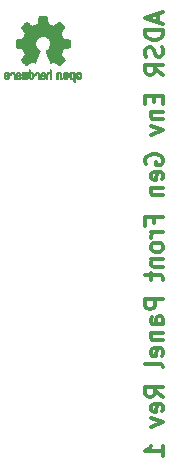
<source format=gbr>
G04 #@! TF.GenerationSoftware,KiCad,Pcbnew,(5.1.4-0-10_14)*
G04 #@! TF.CreationDate,2019-10-08T20:53:36-07:00*
G04 #@! TF.ProjectId,ADSR_Front_Panel,41445352-5f46-4726-9f6e-745f50616e65,rev?*
G04 #@! TF.SameCoordinates,Original*
G04 #@! TF.FileFunction,Legend,Bot*
G04 #@! TF.FilePolarity,Positive*
%FSLAX46Y46*%
G04 Gerber Fmt 4.6, Leading zero omitted, Abs format (unit mm)*
G04 Created by KiCad (PCBNEW (5.1.4-0-10_14)) date 2019-10-08 20:53:36*
%MOMM*%
%LPD*%
G04 APERTURE LIST*
%ADD10C,0.300000*%
%ADD11C,0.010000*%
G04 APERTURE END LIST*
D10*
X92198000Y-41483714D02*
X92198000Y-42198000D01*
X92626571Y-41340857D02*
X91126571Y-41840857D01*
X92626571Y-42340857D01*
X92626571Y-42840857D02*
X91126571Y-42840857D01*
X91126571Y-43198000D01*
X91198000Y-43412285D01*
X91340857Y-43555142D01*
X91483714Y-43626571D01*
X91769428Y-43698000D01*
X91983714Y-43698000D01*
X92269428Y-43626571D01*
X92412285Y-43555142D01*
X92555142Y-43412285D01*
X92626571Y-43198000D01*
X92626571Y-42840857D01*
X92555142Y-44269428D02*
X92626571Y-44483714D01*
X92626571Y-44840857D01*
X92555142Y-44983714D01*
X92483714Y-45055142D01*
X92340857Y-45126571D01*
X92198000Y-45126571D01*
X92055142Y-45055142D01*
X91983714Y-44983714D01*
X91912285Y-44840857D01*
X91840857Y-44555142D01*
X91769428Y-44412285D01*
X91698000Y-44340857D01*
X91555142Y-44269428D01*
X91412285Y-44269428D01*
X91269428Y-44340857D01*
X91198000Y-44412285D01*
X91126571Y-44555142D01*
X91126571Y-44912285D01*
X91198000Y-45126571D01*
X92626571Y-46626571D02*
X91912285Y-46126571D01*
X92626571Y-45769428D02*
X91126571Y-45769428D01*
X91126571Y-46340857D01*
X91198000Y-46483714D01*
X91269428Y-46555142D01*
X91412285Y-46626571D01*
X91626571Y-46626571D01*
X91769428Y-46555142D01*
X91840857Y-46483714D01*
X91912285Y-46340857D01*
X91912285Y-45769428D01*
X91840857Y-48412285D02*
X91840857Y-48912285D01*
X92626571Y-49126571D02*
X92626571Y-48412285D01*
X91126571Y-48412285D01*
X91126571Y-49126571D01*
X91626571Y-49769428D02*
X92626571Y-49769428D01*
X91769428Y-49769428D02*
X91698000Y-49840857D01*
X91626571Y-49983714D01*
X91626571Y-50197999D01*
X91698000Y-50340857D01*
X91840857Y-50412285D01*
X92626571Y-50412285D01*
X91626571Y-50983714D02*
X92626571Y-51340857D01*
X91626571Y-51697999D01*
X91198000Y-54197999D02*
X91126571Y-54055142D01*
X91126571Y-53840857D01*
X91198000Y-53626571D01*
X91340857Y-53483714D01*
X91483714Y-53412285D01*
X91769428Y-53340857D01*
X91983714Y-53340857D01*
X92269428Y-53412285D01*
X92412285Y-53483714D01*
X92555142Y-53626571D01*
X92626571Y-53840857D01*
X92626571Y-53983714D01*
X92555142Y-54197999D01*
X92483714Y-54269428D01*
X91983714Y-54269428D01*
X91983714Y-53983714D01*
X92555142Y-55483714D02*
X92626571Y-55340857D01*
X92626571Y-55055142D01*
X92555142Y-54912285D01*
X92412285Y-54840857D01*
X91840857Y-54840857D01*
X91698000Y-54912285D01*
X91626571Y-55055142D01*
X91626571Y-55340857D01*
X91698000Y-55483714D01*
X91840857Y-55555142D01*
X91983714Y-55555142D01*
X92126571Y-54840857D01*
X91626571Y-56197999D02*
X92626571Y-56197999D01*
X91769428Y-56197999D02*
X91698000Y-56269428D01*
X91626571Y-56412285D01*
X91626571Y-56626571D01*
X91698000Y-56769428D01*
X91840857Y-56840857D01*
X92626571Y-56840857D01*
X91840857Y-59197999D02*
X91840857Y-58697999D01*
X92626571Y-58697999D02*
X91126571Y-58697999D01*
X91126571Y-59412285D01*
X92626571Y-59983714D02*
X91626571Y-59983714D01*
X91912285Y-59983714D02*
X91769428Y-60055142D01*
X91698000Y-60126571D01*
X91626571Y-60269428D01*
X91626571Y-60412285D01*
X92626571Y-61126571D02*
X92555142Y-60983714D01*
X92483714Y-60912285D01*
X92340857Y-60840857D01*
X91912285Y-60840857D01*
X91769428Y-60912285D01*
X91698000Y-60983714D01*
X91626571Y-61126571D01*
X91626571Y-61340857D01*
X91698000Y-61483714D01*
X91769428Y-61555142D01*
X91912285Y-61626571D01*
X92340857Y-61626571D01*
X92483714Y-61555142D01*
X92555142Y-61483714D01*
X92626571Y-61340857D01*
X92626571Y-61126571D01*
X91626571Y-62269428D02*
X92626571Y-62269428D01*
X91769428Y-62269428D02*
X91698000Y-62340857D01*
X91626571Y-62483714D01*
X91626571Y-62697999D01*
X91698000Y-62840857D01*
X91840857Y-62912285D01*
X92626571Y-62912285D01*
X91626571Y-63412285D02*
X91626571Y-63983714D01*
X91126571Y-63626571D02*
X92412285Y-63626571D01*
X92555142Y-63697999D01*
X92626571Y-63840857D01*
X92626571Y-63983714D01*
X92626571Y-65626571D02*
X91126571Y-65626571D01*
X91126571Y-66197999D01*
X91198000Y-66340857D01*
X91269428Y-66412285D01*
X91412285Y-66483714D01*
X91626571Y-66483714D01*
X91769428Y-66412285D01*
X91840857Y-66340857D01*
X91912285Y-66197999D01*
X91912285Y-65626571D01*
X92626571Y-67769428D02*
X91840857Y-67769428D01*
X91698000Y-67697999D01*
X91626571Y-67555142D01*
X91626571Y-67269428D01*
X91698000Y-67126571D01*
X92555142Y-67769428D02*
X92626571Y-67626571D01*
X92626571Y-67269428D01*
X92555142Y-67126571D01*
X92412285Y-67055142D01*
X92269428Y-67055142D01*
X92126571Y-67126571D01*
X92055142Y-67269428D01*
X92055142Y-67626571D01*
X91983714Y-67769428D01*
X91626571Y-68483714D02*
X92626571Y-68483714D01*
X91769428Y-68483714D02*
X91698000Y-68555142D01*
X91626571Y-68697999D01*
X91626571Y-68912285D01*
X91698000Y-69055142D01*
X91840857Y-69126571D01*
X92626571Y-69126571D01*
X92555142Y-70412285D02*
X92626571Y-70269428D01*
X92626571Y-69983714D01*
X92555142Y-69840857D01*
X92412285Y-69769428D01*
X91840857Y-69769428D01*
X91698000Y-69840857D01*
X91626571Y-69983714D01*
X91626571Y-70269428D01*
X91698000Y-70412285D01*
X91840857Y-70483714D01*
X91983714Y-70483714D01*
X92126571Y-69769428D01*
X92626571Y-71340857D02*
X92555142Y-71197999D01*
X92412285Y-71126571D01*
X91126571Y-71126571D01*
X92626571Y-73912285D02*
X91912285Y-73412285D01*
X92626571Y-73055142D02*
X91126571Y-73055142D01*
X91126571Y-73626571D01*
X91198000Y-73769428D01*
X91269428Y-73840857D01*
X91412285Y-73912285D01*
X91626571Y-73912285D01*
X91769428Y-73840857D01*
X91840857Y-73769428D01*
X91912285Y-73626571D01*
X91912285Y-73055142D01*
X92555142Y-75126571D02*
X92626571Y-74983714D01*
X92626571Y-74697999D01*
X92555142Y-74555142D01*
X92412285Y-74483714D01*
X91840857Y-74483714D01*
X91698000Y-74555142D01*
X91626571Y-74697999D01*
X91626571Y-74983714D01*
X91698000Y-75126571D01*
X91840857Y-75197999D01*
X91983714Y-75197999D01*
X92126571Y-74483714D01*
X91626571Y-75697999D02*
X92626571Y-76055142D01*
X91626571Y-76412285D01*
X92626571Y-78912285D02*
X92626571Y-78055142D01*
X92626571Y-78483714D02*
X91126571Y-78483714D01*
X91340857Y-78340857D01*
X91483714Y-78197999D01*
X91555142Y-78055142D01*
D11*
G36*
X82319090Y-41692348D02*
G01*
X82240546Y-41692778D01*
X82183702Y-41693942D01*
X82144895Y-41696207D01*
X82120462Y-41699940D01*
X82106738Y-41705506D01*
X82100060Y-41713273D01*
X82096764Y-41723605D01*
X82096444Y-41724943D01*
X82091438Y-41749079D01*
X82082171Y-41796701D01*
X82069608Y-41862741D01*
X82054713Y-41942128D01*
X82038449Y-42029796D01*
X82037881Y-42032875D01*
X82021590Y-42118789D01*
X82006348Y-42194696D01*
X81993139Y-42256045D01*
X81982946Y-42298282D01*
X81976752Y-42316855D01*
X81976457Y-42317184D01*
X81958212Y-42326253D01*
X81920595Y-42341367D01*
X81871729Y-42359262D01*
X81871457Y-42359358D01*
X81809907Y-42382493D01*
X81737343Y-42411965D01*
X81668943Y-42441597D01*
X81665706Y-42443062D01*
X81554298Y-42493626D01*
X81307601Y-42325160D01*
X81231923Y-42273803D01*
X81163369Y-42227889D01*
X81105912Y-42190030D01*
X81063524Y-42162837D01*
X81040175Y-42148921D01*
X81037958Y-42147889D01*
X81020990Y-42152484D01*
X80989299Y-42174655D01*
X80941648Y-42215447D01*
X80876802Y-42275905D01*
X80810603Y-42340227D01*
X80746786Y-42403612D01*
X80689671Y-42461451D01*
X80642695Y-42510175D01*
X80609297Y-42546210D01*
X80592915Y-42565984D01*
X80592306Y-42567002D01*
X80590495Y-42580572D01*
X80597317Y-42602733D01*
X80614460Y-42636478D01*
X80643607Y-42684800D01*
X80686445Y-42750692D01*
X80743552Y-42835517D01*
X80794234Y-42910177D01*
X80839539Y-42977140D01*
X80876850Y-43032516D01*
X80903548Y-43072420D01*
X80917015Y-43092962D01*
X80917863Y-43094356D01*
X80916219Y-43114038D01*
X80903755Y-43152293D01*
X80882952Y-43201889D01*
X80875538Y-43217728D01*
X80843186Y-43288290D01*
X80808672Y-43368353D01*
X80780635Y-43437629D01*
X80760432Y-43489045D01*
X80744385Y-43528119D01*
X80735112Y-43548541D01*
X80733959Y-43550114D01*
X80716904Y-43552721D01*
X80676702Y-43559863D01*
X80618698Y-43570523D01*
X80548237Y-43583685D01*
X80470665Y-43598333D01*
X80391328Y-43613449D01*
X80315569Y-43628018D01*
X80248736Y-43641022D01*
X80196172Y-43651445D01*
X80163224Y-43658270D01*
X80155143Y-43660199D01*
X80146795Y-43664962D01*
X80140494Y-43675718D01*
X80135955Y-43696098D01*
X80132896Y-43729734D01*
X80131033Y-43780255D01*
X80130082Y-43851292D01*
X80129760Y-43946476D01*
X80129743Y-43985492D01*
X80129743Y-44302799D01*
X80205943Y-44317839D01*
X80248337Y-44325995D01*
X80311600Y-44337899D01*
X80388038Y-44352116D01*
X80469957Y-44367210D01*
X80492600Y-44371355D01*
X80568194Y-44386053D01*
X80634047Y-44400505D01*
X80684634Y-44413375D01*
X80714426Y-44423322D01*
X80719388Y-44426287D01*
X80731574Y-44447283D01*
X80749047Y-44487967D01*
X80768423Y-44540322D01*
X80772266Y-44551600D01*
X80797661Y-44621523D01*
X80829183Y-44700418D01*
X80860031Y-44771266D01*
X80860183Y-44771595D01*
X80911553Y-44882733D01*
X80742601Y-45131253D01*
X80573648Y-45379772D01*
X80790571Y-45597058D01*
X80856181Y-45661726D01*
X80916021Y-45718733D01*
X80966733Y-45765033D01*
X81004954Y-45797584D01*
X81027325Y-45813343D01*
X81030534Y-45814343D01*
X81049374Y-45806469D01*
X81087820Y-45784578D01*
X81141670Y-45751267D01*
X81206724Y-45709131D01*
X81277060Y-45661943D01*
X81348445Y-45613810D01*
X81412092Y-45571928D01*
X81463959Y-45538871D01*
X81500005Y-45517218D01*
X81516133Y-45509543D01*
X81535811Y-45516037D01*
X81573125Y-45533150D01*
X81620379Y-45557326D01*
X81625388Y-45560013D01*
X81689023Y-45591927D01*
X81732659Y-45607579D01*
X81759798Y-45607745D01*
X81773943Y-45593204D01*
X81774025Y-45593000D01*
X81781095Y-45575779D01*
X81797958Y-45534899D01*
X81823305Y-45473525D01*
X81855829Y-45394819D01*
X81894222Y-45301947D01*
X81937178Y-45198072D01*
X81978778Y-45097502D01*
X82024496Y-44986516D01*
X82066474Y-44883703D01*
X82103452Y-44792215D01*
X82134173Y-44715201D01*
X82157378Y-44655815D01*
X82171810Y-44617209D01*
X82176257Y-44602800D01*
X82165104Y-44586272D01*
X82135931Y-44559930D01*
X82097029Y-44530887D01*
X81986243Y-44439039D01*
X81899649Y-44333759D01*
X81838284Y-44217266D01*
X81803185Y-44091776D01*
X81795392Y-43959507D01*
X81801057Y-43898457D01*
X81831922Y-43771795D01*
X81885080Y-43659941D01*
X81957233Y-43564001D01*
X82045083Y-43485076D01*
X82145335Y-43424270D01*
X82254690Y-43382687D01*
X82369853Y-43361428D01*
X82487525Y-43361599D01*
X82604410Y-43384301D01*
X82717211Y-43430638D01*
X82822631Y-43501713D01*
X82866632Y-43541911D01*
X82951021Y-43645129D01*
X83009778Y-43757925D01*
X83043296Y-43877010D01*
X83051965Y-43999095D01*
X83036177Y-44120893D01*
X82996322Y-44239116D01*
X82932793Y-44350475D01*
X82845979Y-44451684D01*
X82748971Y-44530887D01*
X82708563Y-44561162D01*
X82680018Y-44587219D01*
X82669743Y-44602825D01*
X82675123Y-44619843D01*
X82690425Y-44660500D01*
X82714388Y-44721642D01*
X82745756Y-44800119D01*
X82783268Y-44892780D01*
X82825667Y-44996472D01*
X82867337Y-45097526D01*
X82913310Y-45208607D01*
X82955893Y-45311541D01*
X82993779Y-45403165D01*
X83025660Y-45480316D01*
X83050229Y-45539831D01*
X83066180Y-45578544D01*
X83072090Y-45593000D01*
X83086052Y-45607685D01*
X83113060Y-45607642D01*
X83156587Y-45592099D01*
X83220110Y-45560284D01*
X83220612Y-45560013D01*
X83268440Y-45535323D01*
X83307103Y-45517338D01*
X83328905Y-45509614D01*
X83329867Y-45509543D01*
X83346279Y-45517378D01*
X83382513Y-45539165D01*
X83434526Y-45572328D01*
X83498275Y-45614291D01*
X83568940Y-45661943D01*
X83640884Y-45710191D01*
X83705726Y-45752151D01*
X83759265Y-45785227D01*
X83797303Y-45806821D01*
X83815467Y-45814343D01*
X83832192Y-45804457D01*
X83865820Y-45776826D01*
X83912990Y-45734495D01*
X83970342Y-45680505D01*
X84034516Y-45617899D01*
X84055503Y-45596983D01*
X84272501Y-45379623D01*
X84107332Y-45137220D01*
X84057136Y-45062781D01*
X84013081Y-44995972D01*
X83977638Y-44940665D01*
X83953281Y-44900729D01*
X83942478Y-44880036D01*
X83942162Y-44878563D01*
X83947857Y-44859058D01*
X83963174Y-44819822D01*
X83985463Y-44767430D01*
X84001107Y-44732355D01*
X84030359Y-44665201D01*
X84057906Y-44597358D01*
X84079263Y-44540034D01*
X84085065Y-44522572D01*
X84101548Y-44475938D01*
X84117660Y-44439905D01*
X84126510Y-44426287D01*
X84146040Y-44417952D01*
X84188666Y-44406137D01*
X84248855Y-44392181D01*
X84321078Y-44377422D01*
X84353400Y-44371355D01*
X84435478Y-44356273D01*
X84514205Y-44341669D01*
X84581891Y-44328980D01*
X84630840Y-44319642D01*
X84640057Y-44317839D01*
X84716257Y-44302799D01*
X84716257Y-43985492D01*
X84716086Y-43881154D01*
X84715384Y-43802213D01*
X84713866Y-43745038D01*
X84711251Y-43705999D01*
X84707254Y-43681465D01*
X84701591Y-43667805D01*
X84693980Y-43661389D01*
X84690857Y-43660199D01*
X84672022Y-43655980D01*
X84630412Y-43647562D01*
X84571370Y-43635961D01*
X84500243Y-43622195D01*
X84422375Y-43607280D01*
X84343113Y-43592232D01*
X84267802Y-43578069D01*
X84201787Y-43565806D01*
X84150413Y-43556461D01*
X84119025Y-43551050D01*
X84112041Y-43550114D01*
X84105715Y-43537596D01*
X84091710Y-43504246D01*
X84072645Y-43456377D01*
X84065366Y-43437629D01*
X84036004Y-43365195D01*
X84001429Y-43285170D01*
X83970463Y-43217728D01*
X83947677Y-43166159D01*
X83932518Y-43123785D01*
X83927458Y-43097834D01*
X83928264Y-43094356D01*
X83938959Y-43077936D01*
X83963380Y-43041417D01*
X83998905Y-42988687D01*
X84042913Y-42923635D01*
X84092783Y-42850151D01*
X84102644Y-42835645D01*
X84160508Y-42749704D01*
X84203044Y-42684261D01*
X84231946Y-42636304D01*
X84248910Y-42602820D01*
X84255633Y-42580795D01*
X84253810Y-42567217D01*
X84253764Y-42567131D01*
X84239414Y-42549297D01*
X84207677Y-42514817D01*
X84161990Y-42467268D01*
X84105796Y-42410222D01*
X84042532Y-42347255D01*
X84035398Y-42340227D01*
X83955670Y-42263020D01*
X83894143Y-42206330D01*
X83849579Y-42169110D01*
X83820743Y-42150315D01*
X83808042Y-42147889D01*
X83789506Y-42158471D01*
X83751039Y-42182916D01*
X83696614Y-42218612D01*
X83630202Y-42262947D01*
X83555775Y-42313311D01*
X83538399Y-42325160D01*
X83291703Y-42493626D01*
X83180294Y-42443062D01*
X83112543Y-42413595D01*
X83039817Y-42383959D01*
X82977297Y-42360330D01*
X82974543Y-42359358D01*
X82925640Y-42341457D01*
X82887943Y-42326320D01*
X82869575Y-42317210D01*
X82869544Y-42317184D01*
X82863715Y-42300717D01*
X82853808Y-42260219D01*
X82840805Y-42200242D01*
X82825691Y-42125340D01*
X82809448Y-42040064D01*
X82808119Y-42032875D01*
X82791825Y-41945014D01*
X82776867Y-41865260D01*
X82764209Y-41798681D01*
X82754814Y-41750347D01*
X82749646Y-41725325D01*
X82749556Y-41724943D01*
X82746411Y-41714299D01*
X82740296Y-41706262D01*
X82727547Y-41700467D01*
X82704500Y-41696547D01*
X82667491Y-41694135D01*
X82612856Y-41692865D01*
X82536933Y-41692371D01*
X82436056Y-41692286D01*
X82423000Y-41692286D01*
X82319090Y-41692348D01*
X82319090Y-41692348D01*
G37*
X82319090Y-41692348D02*
X82240546Y-41692778D01*
X82183702Y-41693942D01*
X82144895Y-41696207D01*
X82120462Y-41699940D01*
X82106738Y-41705506D01*
X82100060Y-41713273D01*
X82096764Y-41723605D01*
X82096444Y-41724943D01*
X82091438Y-41749079D01*
X82082171Y-41796701D01*
X82069608Y-41862741D01*
X82054713Y-41942128D01*
X82038449Y-42029796D01*
X82037881Y-42032875D01*
X82021590Y-42118789D01*
X82006348Y-42194696D01*
X81993139Y-42256045D01*
X81982946Y-42298282D01*
X81976752Y-42316855D01*
X81976457Y-42317184D01*
X81958212Y-42326253D01*
X81920595Y-42341367D01*
X81871729Y-42359262D01*
X81871457Y-42359358D01*
X81809907Y-42382493D01*
X81737343Y-42411965D01*
X81668943Y-42441597D01*
X81665706Y-42443062D01*
X81554298Y-42493626D01*
X81307601Y-42325160D01*
X81231923Y-42273803D01*
X81163369Y-42227889D01*
X81105912Y-42190030D01*
X81063524Y-42162837D01*
X81040175Y-42148921D01*
X81037958Y-42147889D01*
X81020990Y-42152484D01*
X80989299Y-42174655D01*
X80941648Y-42215447D01*
X80876802Y-42275905D01*
X80810603Y-42340227D01*
X80746786Y-42403612D01*
X80689671Y-42461451D01*
X80642695Y-42510175D01*
X80609297Y-42546210D01*
X80592915Y-42565984D01*
X80592306Y-42567002D01*
X80590495Y-42580572D01*
X80597317Y-42602733D01*
X80614460Y-42636478D01*
X80643607Y-42684800D01*
X80686445Y-42750692D01*
X80743552Y-42835517D01*
X80794234Y-42910177D01*
X80839539Y-42977140D01*
X80876850Y-43032516D01*
X80903548Y-43072420D01*
X80917015Y-43092962D01*
X80917863Y-43094356D01*
X80916219Y-43114038D01*
X80903755Y-43152293D01*
X80882952Y-43201889D01*
X80875538Y-43217728D01*
X80843186Y-43288290D01*
X80808672Y-43368353D01*
X80780635Y-43437629D01*
X80760432Y-43489045D01*
X80744385Y-43528119D01*
X80735112Y-43548541D01*
X80733959Y-43550114D01*
X80716904Y-43552721D01*
X80676702Y-43559863D01*
X80618698Y-43570523D01*
X80548237Y-43583685D01*
X80470665Y-43598333D01*
X80391328Y-43613449D01*
X80315569Y-43628018D01*
X80248736Y-43641022D01*
X80196172Y-43651445D01*
X80163224Y-43658270D01*
X80155143Y-43660199D01*
X80146795Y-43664962D01*
X80140494Y-43675718D01*
X80135955Y-43696098D01*
X80132896Y-43729734D01*
X80131033Y-43780255D01*
X80130082Y-43851292D01*
X80129760Y-43946476D01*
X80129743Y-43985492D01*
X80129743Y-44302799D01*
X80205943Y-44317839D01*
X80248337Y-44325995D01*
X80311600Y-44337899D01*
X80388038Y-44352116D01*
X80469957Y-44367210D01*
X80492600Y-44371355D01*
X80568194Y-44386053D01*
X80634047Y-44400505D01*
X80684634Y-44413375D01*
X80714426Y-44423322D01*
X80719388Y-44426287D01*
X80731574Y-44447283D01*
X80749047Y-44487967D01*
X80768423Y-44540322D01*
X80772266Y-44551600D01*
X80797661Y-44621523D01*
X80829183Y-44700418D01*
X80860031Y-44771266D01*
X80860183Y-44771595D01*
X80911553Y-44882733D01*
X80742601Y-45131253D01*
X80573648Y-45379772D01*
X80790571Y-45597058D01*
X80856181Y-45661726D01*
X80916021Y-45718733D01*
X80966733Y-45765033D01*
X81004954Y-45797584D01*
X81027325Y-45813343D01*
X81030534Y-45814343D01*
X81049374Y-45806469D01*
X81087820Y-45784578D01*
X81141670Y-45751267D01*
X81206724Y-45709131D01*
X81277060Y-45661943D01*
X81348445Y-45613810D01*
X81412092Y-45571928D01*
X81463959Y-45538871D01*
X81500005Y-45517218D01*
X81516133Y-45509543D01*
X81535811Y-45516037D01*
X81573125Y-45533150D01*
X81620379Y-45557326D01*
X81625388Y-45560013D01*
X81689023Y-45591927D01*
X81732659Y-45607579D01*
X81759798Y-45607745D01*
X81773943Y-45593204D01*
X81774025Y-45593000D01*
X81781095Y-45575779D01*
X81797958Y-45534899D01*
X81823305Y-45473525D01*
X81855829Y-45394819D01*
X81894222Y-45301947D01*
X81937178Y-45198072D01*
X81978778Y-45097502D01*
X82024496Y-44986516D01*
X82066474Y-44883703D01*
X82103452Y-44792215D01*
X82134173Y-44715201D01*
X82157378Y-44655815D01*
X82171810Y-44617209D01*
X82176257Y-44602800D01*
X82165104Y-44586272D01*
X82135931Y-44559930D01*
X82097029Y-44530887D01*
X81986243Y-44439039D01*
X81899649Y-44333759D01*
X81838284Y-44217266D01*
X81803185Y-44091776D01*
X81795392Y-43959507D01*
X81801057Y-43898457D01*
X81831922Y-43771795D01*
X81885080Y-43659941D01*
X81957233Y-43564001D01*
X82045083Y-43485076D01*
X82145335Y-43424270D01*
X82254690Y-43382687D01*
X82369853Y-43361428D01*
X82487525Y-43361599D01*
X82604410Y-43384301D01*
X82717211Y-43430638D01*
X82822631Y-43501713D01*
X82866632Y-43541911D01*
X82951021Y-43645129D01*
X83009778Y-43757925D01*
X83043296Y-43877010D01*
X83051965Y-43999095D01*
X83036177Y-44120893D01*
X82996322Y-44239116D01*
X82932793Y-44350475D01*
X82845979Y-44451684D01*
X82748971Y-44530887D01*
X82708563Y-44561162D01*
X82680018Y-44587219D01*
X82669743Y-44602825D01*
X82675123Y-44619843D01*
X82690425Y-44660500D01*
X82714388Y-44721642D01*
X82745756Y-44800119D01*
X82783268Y-44892780D01*
X82825667Y-44996472D01*
X82867337Y-45097526D01*
X82913310Y-45208607D01*
X82955893Y-45311541D01*
X82993779Y-45403165D01*
X83025660Y-45480316D01*
X83050229Y-45539831D01*
X83066180Y-45578544D01*
X83072090Y-45593000D01*
X83086052Y-45607685D01*
X83113060Y-45607642D01*
X83156587Y-45592099D01*
X83220110Y-45560284D01*
X83220612Y-45560013D01*
X83268440Y-45535323D01*
X83307103Y-45517338D01*
X83328905Y-45509614D01*
X83329867Y-45509543D01*
X83346279Y-45517378D01*
X83382513Y-45539165D01*
X83434526Y-45572328D01*
X83498275Y-45614291D01*
X83568940Y-45661943D01*
X83640884Y-45710191D01*
X83705726Y-45752151D01*
X83759265Y-45785227D01*
X83797303Y-45806821D01*
X83815467Y-45814343D01*
X83832192Y-45804457D01*
X83865820Y-45776826D01*
X83912990Y-45734495D01*
X83970342Y-45680505D01*
X84034516Y-45617899D01*
X84055503Y-45596983D01*
X84272501Y-45379623D01*
X84107332Y-45137220D01*
X84057136Y-45062781D01*
X84013081Y-44995972D01*
X83977638Y-44940665D01*
X83953281Y-44900729D01*
X83942478Y-44880036D01*
X83942162Y-44878563D01*
X83947857Y-44859058D01*
X83963174Y-44819822D01*
X83985463Y-44767430D01*
X84001107Y-44732355D01*
X84030359Y-44665201D01*
X84057906Y-44597358D01*
X84079263Y-44540034D01*
X84085065Y-44522572D01*
X84101548Y-44475938D01*
X84117660Y-44439905D01*
X84126510Y-44426287D01*
X84146040Y-44417952D01*
X84188666Y-44406137D01*
X84248855Y-44392181D01*
X84321078Y-44377422D01*
X84353400Y-44371355D01*
X84435478Y-44356273D01*
X84514205Y-44341669D01*
X84581891Y-44328980D01*
X84630840Y-44319642D01*
X84640057Y-44317839D01*
X84716257Y-44302799D01*
X84716257Y-43985492D01*
X84716086Y-43881154D01*
X84715384Y-43802213D01*
X84713866Y-43745038D01*
X84711251Y-43705999D01*
X84707254Y-43681465D01*
X84701591Y-43667805D01*
X84693980Y-43661389D01*
X84690857Y-43660199D01*
X84672022Y-43655980D01*
X84630412Y-43647562D01*
X84571370Y-43635961D01*
X84500243Y-43622195D01*
X84422375Y-43607280D01*
X84343113Y-43592232D01*
X84267802Y-43578069D01*
X84201787Y-43565806D01*
X84150413Y-43556461D01*
X84119025Y-43551050D01*
X84112041Y-43550114D01*
X84105715Y-43537596D01*
X84091710Y-43504246D01*
X84072645Y-43456377D01*
X84065366Y-43437629D01*
X84036004Y-43365195D01*
X84001429Y-43285170D01*
X83970463Y-43217728D01*
X83947677Y-43166159D01*
X83932518Y-43123785D01*
X83927458Y-43097834D01*
X83928264Y-43094356D01*
X83938959Y-43077936D01*
X83963380Y-43041417D01*
X83998905Y-42988687D01*
X84042913Y-42923635D01*
X84092783Y-42850151D01*
X84102644Y-42835645D01*
X84160508Y-42749704D01*
X84203044Y-42684261D01*
X84231946Y-42636304D01*
X84248910Y-42602820D01*
X84255633Y-42580795D01*
X84253810Y-42567217D01*
X84253764Y-42567131D01*
X84239414Y-42549297D01*
X84207677Y-42514817D01*
X84161990Y-42467268D01*
X84105796Y-42410222D01*
X84042532Y-42347255D01*
X84035398Y-42340227D01*
X83955670Y-42263020D01*
X83894143Y-42206330D01*
X83849579Y-42169110D01*
X83820743Y-42150315D01*
X83808042Y-42147889D01*
X83789506Y-42158471D01*
X83751039Y-42182916D01*
X83696614Y-42218612D01*
X83630202Y-42262947D01*
X83555775Y-42313311D01*
X83538399Y-42325160D01*
X83291703Y-42493626D01*
X83180294Y-42443062D01*
X83112543Y-42413595D01*
X83039817Y-42383959D01*
X82977297Y-42360330D01*
X82974543Y-42359358D01*
X82925640Y-42341457D01*
X82887943Y-42326320D01*
X82869575Y-42317210D01*
X82869544Y-42317184D01*
X82863715Y-42300717D01*
X82853808Y-42260219D01*
X82840805Y-42200242D01*
X82825691Y-42125340D01*
X82809448Y-42040064D01*
X82808119Y-42032875D01*
X82791825Y-41945014D01*
X82776867Y-41865260D01*
X82764209Y-41798681D01*
X82754814Y-41750347D01*
X82749646Y-41725325D01*
X82749556Y-41724943D01*
X82746411Y-41714299D01*
X82740296Y-41706262D01*
X82727547Y-41700467D01*
X82704500Y-41696547D01*
X82667491Y-41694135D01*
X82612856Y-41692865D01*
X82536933Y-41692371D01*
X82436056Y-41692286D01*
X82423000Y-41692286D01*
X82319090Y-41692348D01*
G36*
X79269405Y-46416966D02*
G01*
X79211979Y-46454497D01*
X79184281Y-46488096D01*
X79162338Y-46549064D01*
X79160595Y-46597308D01*
X79164543Y-46661816D01*
X79313314Y-46726934D01*
X79385651Y-46760202D01*
X79432916Y-46786964D01*
X79457493Y-46810144D01*
X79461763Y-46832667D01*
X79448111Y-46857455D01*
X79433057Y-46873886D01*
X79389254Y-46900235D01*
X79341611Y-46902081D01*
X79297855Y-46881546D01*
X79265711Y-46840752D01*
X79259962Y-46826347D01*
X79232424Y-46781356D01*
X79200742Y-46762182D01*
X79157286Y-46745779D01*
X79157286Y-46807966D01*
X79161128Y-46850283D01*
X79176177Y-46885969D01*
X79207720Y-46926943D01*
X79212408Y-46932267D01*
X79247494Y-46968720D01*
X79277653Y-46988283D01*
X79315385Y-46997283D01*
X79346665Y-47000230D01*
X79402615Y-47000965D01*
X79442445Y-46991660D01*
X79467292Y-46977846D01*
X79506344Y-46947467D01*
X79533375Y-46914613D01*
X79550483Y-46873294D01*
X79559762Y-46817521D01*
X79563307Y-46741305D01*
X79563590Y-46702622D01*
X79562628Y-46656247D01*
X79474993Y-46656247D01*
X79473977Y-46681126D01*
X79471444Y-46685200D01*
X79454726Y-46679665D01*
X79418751Y-46665017D01*
X79370669Y-46644190D01*
X79360614Y-46639714D01*
X79299848Y-46608814D01*
X79266368Y-46581657D01*
X79259010Y-46556220D01*
X79276609Y-46530481D01*
X79291144Y-46519109D01*
X79343590Y-46496364D01*
X79392678Y-46500122D01*
X79433773Y-46527884D01*
X79462242Y-46577152D01*
X79471369Y-46616257D01*
X79474993Y-46656247D01*
X79562628Y-46656247D01*
X79561715Y-46612249D01*
X79554804Y-46545384D01*
X79541116Y-46496695D01*
X79518904Y-46460849D01*
X79486426Y-46432513D01*
X79472267Y-46423355D01*
X79407947Y-46399507D01*
X79337527Y-46398006D01*
X79269405Y-46416966D01*
X79269405Y-46416966D01*
G37*
X79269405Y-46416966D02*
X79211979Y-46454497D01*
X79184281Y-46488096D01*
X79162338Y-46549064D01*
X79160595Y-46597308D01*
X79164543Y-46661816D01*
X79313314Y-46726934D01*
X79385651Y-46760202D01*
X79432916Y-46786964D01*
X79457493Y-46810144D01*
X79461763Y-46832667D01*
X79448111Y-46857455D01*
X79433057Y-46873886D01*
X79389254Y-46900235D01*
X79341611Y-46902081D01*
X79297855Y-46881546D01*
X79265711Y-46840752D01*
X79259962Y-46826347D01*
X79232424Y-46781356D01*
X79200742Y-46762182D01*
X79157286Y-46745779D01*
X79157286Y-46807966D01*
X79161128Y-46850283D01*
X79176177Y-46885969D01*
X79207720Y-46926943D01*
X79212408Y-46932267D01*
X79247494Y-46968720D01*
X79277653Y-46988283D01*
X79315385Y-46997283D01*
X79346665Y-47000230D01*
X79402615Y-47000965D01*
X79442445Y-46991660D01*
X79467292Y-46977846D01*
X79506344Y-46947467D01*
X79533375Y-46914613D01*
X79550483Y-46873294D01*
X79559762Y-46817521D01*
X79563307Y-46741305D01*
X79563590Y-46702622D01*
X79562628Y-46656247D01*
X79474993Y-46656247D01*
X79473977Y-46681126D01*
X79471444Y-46685200D01*
X79454726Y-46679665D01*
X79418751Y-46665017D01*
X79370669Y-46644190D01*
X79360614Y-46639714D01*
X79299848Y-46608814D01*
X79266368Y-46581657D01*
X79259010Y-46556220D01*
X79276609Y-46530481D01*
X79291144Y-46519109D01*
X79343590Y-46496364D01*
X79392678Y-46500122D01*
X79433773Y-46527884D01*
X79462242Y-46577152D01*
X79471369Y-46616257D01*
X79474993Y-46656247D01*
X79562628Y-46656247D01*
X79561715Y-46612249D01*
X79554804Y-46545384D01*
X79541116Y-46496695D01*
X79518904Y-46460849D01*
X79486426Y-46432513D01*
X79472267Y-46423355D01*
X79407947Y-46399507D01*
X79337527Y-46398006D01*
X79269405Y-46416966D01*
G36*
X79770400Y-46408752D02*
G01*
X79753052Y-46416334D01*
X79711644Y-46449128D01*
X79676235Y-46496547D01*
X79654336Y-46547151D01*
X79650771Y-46572098D01*
X79662721Y-46606927D01*
X79688933Y-46625357D01*
X79717036Y-46636516D01*
X79729905Y-46638572D01*
X79736171Y-46623649D01*
X79748544Y-46591175D01*
X79753972Y-46576502D01*
X79784410Y-46525744D01*
X79828480Y-46500427D01*
X79884990Y-46501206D01*
X79889175Y-46502203D01*
X79919345Y-46516507D01*
X79941524Y-46544393D01*
X79956673Y-46589287D01*
X79965750Y-46654615D01*
X79969714Y-46743804D01*
X79970086Y-46791261D01*
X79970270Y-46866071D01*
X79971478Y-46917069D01*
X79974691Y-46949471D01*
X79980891Y-46968495D01*
X79991060Y-46979356D01*
X80006181Y-46987272D01*
X80007054Y-46987670D01*
X80036172Y-46999981D01*
X80050597Y-47004514D01*
X80052814Y-46990809D01*
X80054711Y-46952925D01*
X80056153Y-46895715D01*
X80057002Y-46824027D01*
X80057171Y-46771565D01*
X80056308Y-46670047D01*
X80052930Y-46593032D01*
X80045858Y-46536023D01*
X80033912Y-46494526D01*
X80015910Y-46464043D01*
X79990673Y-46440080D01*
X79965753Y-46423355D01*
X79905829Y-46401097D01*
X79836089Y-46396076D01*
X79770400Y-46408752D01*
X79770400Y-46408752D01*
G37*
X79770400Y-46408752D02*
X79753052Y-46416334D01*
X79711644Y-46449128D01*
X79676235Y-46496547D01*
X79654336Y-46547151D01*
X79650771Y-46572098D01*
X79662721Y-46606927D01*
X79688933Y-46625357D01*
X79717036Y-46636516D01*
X79729905Y-46638572D01*
X79736171Y-46623649D01*
X79748544Y-46591175D01*
X79753972Y-46576502D01*
X79784410Y-46525744D01*
X79828480Y-46500427D01*
X79884990Y-46501206D01*
X79889175Y-46502203D01*
X79919345Y-46516507D01*
X79941524Y-46544393D01*
X79956673Y-46589287D01*
X79965750Y-46654615D01*
X79969714Y-46743804D01*
X79970086Y-46791261D01*
X79970270Y-46866071D01*
X79971478Y-46917069D01*
X79974691Y-46949471D01*
X79980891Y-46968495D01*
X79991060Y-46979356D01*
X80006181Y-46987272D01*
X80007054Y-46987670D01*
X80036172Y-46999981D01*
X80050597Y-47004514D01*
X80052814Y-46990809D01*
X80054711Y-46952925D01*
X80056153Y-46895715D01*
X80057002Y-46824027D01*
X80057171Y-46771565D01*
X80056308Y-46670047D01*
X80052930Y-46593032D01*
X80045858Y-46536023D01*
X80033912Y-46494526D01*
X80015910Y-46464043D01*
X79990673Y-46440080D01*
X79965753Y-46423355D01*
X79905829Y-46401097D01*
X79836089Y-46396076D01*
X79770400Y-46408752D01*
G36*
X80278124Y-46406335D02*
G01*
X80236333Y-46425344D01*
X80203531Y-46448378D01*
X80179497Y-46474133D01*
X80162903Y-46507358D01*
X80152423Y-46552800D01*
X80146729Y-46615207D01*
X80144493Y-46699327D01*
X80144257Y-46754721D01*
X80144257Y-46970826D01*
X80181226Y-46987670D01*
X80210344Y-46999981D01*
X80224769Y-47004514D01*
X80227528Y-46991025D01*
X80229718Y-46954653D01*
X80231058Y-46901542D01*
X80231343Y-46859372D01*
X80232566Y-46798447D01*
X80235864Y-46750115D01*
X80240679Y-46720518D01*
X80244504Y-46714229D01*
X80270217Y-46720652D01*
X80310582Y-46737125D01*
X80357321Y-46759458D01*
X80402155Y-46783457D01*
X80436807Y-46804930D01*
X80452998Y-46819685D01*
X80453062Y-46819845D01*
X80451670Y-46847152D01*
X80439182Y-46873219D01*
X80417257Y-46894392D01*
X80385257Y-46901474D01*
X80357908Y-46900649D01*
X80319174Y-46900042D01*
X80298842Y-46909116D01*
X80286631Y-46933092D01*
X80285091Y-46937613D01*
X80279797Y-46971806D01*
X80293953Y-46992568D01*
X80330852Y-47002462D01*
X80370711Y-47004292D01*
X80442438Y-46990727D01*
X80479568Y-46971355D01*
X80525424Y-46925845D01*
X80549744Y-46869983D01*
X80551927Y-46810957D01*
X80531371Y-46755953D01*
X80500451Y-46721486D01*
X80469580Y-46702189D01*
X80421058Y-46677759D01*
X80364515Y-46652985D01*
X80355090Y-46649199D01*
X80292981Y-46621791D01*
X80257178Y-46597634D01*
X80245663Y-46573619D01*
X80256420Y-46546635D01*
X80274886Y-46525543D01*
X80318531Y-46499572D01*
X80366554Y-46497624D01*
X80410594Y-46517637D01*
X80442291Y-46557551D01*
X80446451Y-46567848D01*
X80470673Y-46605724D01*
X80506035Y-46633842D01*
X80550657Y-46656917D01*
X80550657Y-46591485D01*
X80548031Y-46551506D01*
X80536770Y-46519997D01*
X80511801Y-46486378D01*
X80487831Y-46460484D01*
X80450559Y-46423817D01*
X80421599Y-46404121D01*
X80390495Y-46396220D01*
X80355287Y-46394914D01*
X80278124Y-46406335D01*
X80278124Y-46406335D01*
G37*
X80278124Y-46406335D02*
X80236333Y-46425344D01*
X80203531Y-46448378D01*
X80179497Y-46474133D01*
X80162903Y-46507358D01*
X80152423Y-46552800D01*
X80146729Y-46615207D01*
X80144493Y-46699327D01*
X80144257Y-46754721D01*
X80144257Y-46970826D01*
X80181226Y-46987670D01*
X80210344Y-46999981D01*
X80224769Y-47004514D01*
X80227528Y-46991025D01*
X80229718Y-46954653D01*
X80231058Y-46901542D01*
X80231343Y-46859372D01*
X80232566Y-46798447D01*
X80235864Y-46750115D01*
X80240679Y-46720518D01*
X80244504Y-46714229D01*
X80270217Y-46720652D01*
X80310582Y-46737125D01*
X80357321Y-46759458D01*
X80402155Y-46783457D01*
X80436807Y-46804930D01*
X80452998Y-46819685D01*
X80453062Y-46819845D01*
X80451670Y-46847152D01*
X80439182Y-46873219D01*
X80417257Y-46894392D01*
X80385257Y-46901474D01*
X80357908Y-46900649D01*
X80319174Y-46900042D01*
X80298842Y-46909116D01*
X80286631Y-46933092D01*
X80285091Y-46937613D01*
X80279797Y-46971806D01*
X80293953Y-46992568D01*
X80330852Y-47002462D01*
X80370711Y-47004292D01*
X80442438Y-46990727D01*
X80479568Y-46971355D01*
X80525424Y-46925845D01*
X80549744Y-46869983D01*
X80551927Y-46810957D01*
X80531371Y-46755953D01*
X80500451Y-46721486D01*
X80469580Y-46702189D01*
X80421058Y-46677759D01*
X80364515Y-46652985D01*
X80355090Y-46649199D01*
X80292981Y-46621791D01*
X80257178Y-46597634D01*
X80245663Y-46573619D01*
X80256420Y-46546635D01*
X80274886Y-46525543D01*
X80318531Y-46499572D01*
X80366554Y-46497624D01*
X80410594Y-46517637D01*
X80442291Y-46557551D01*
X80446451Y-46567848D01*
X80470673Y-46605724D01*
X80506035Y-46633842D01*
X80550657Y-46656917D01*
X80550657Y-46591485D01*
X80548031Y-46551506D01*
X80536770Y-46519997D01*
X80511801Y-46486378D01*
X80487831Y-46460484D01*
X80450559Y-46423817D01*
X80421599Y-46404121D01*
X80390495Y-46396220D01*
X80355287Y-46394914D01*
X80278124Y-46406335D01*
G36*
X80643167Y-46408663D02*
G01*
X80640952Y-46446850D01*
X80639216Y-46504886D01*
X80638101Y-46578180D01*
X80637743Y-46655055D01*
X80637743Y-46915196D01*
X80683674Y-46961127D01*
X80715325Y-46989429D01*
X80743110Y-47000893D01*
X80781085Y-47000168D01*
X80796160Y-46998321D01*
X80843274Y-46992948D01*
X80882244Y-46989869D01*
X80891743Y-46989585D01*
X80923767Y-46991445D01*
X80969568Y-46996114D01*
X80987326Y-46998321D01*
X81030943Y-47001735D01*
X81060255Y-46994320D01*
X81089320Y-46971427D01*
X81099812Y-46961127D01*
X81145743Y-46915196D01*
X81145743Y-46428602D01*
X81108774Y-46411758D01*
X81076941Y-46399282D01*
X81058317Y-46394914D01*
X81053542Y-46408718D01*
X81049079Y-46447286D01*
X81045225Y-46506356D01*
X81042278Y-46581663D01*
X81040857Y-46645286D01*
X81036886Y-46895657D01*
X81002241Y-46900556D01*
X80970732Y-46897131D01*
X80955292Y-46886041D01*
X80950977Y-46865308D01*
X80947292Y-46821145D01*
X80944531Y-46759146D01*
X80942988Y-46684909D01*
X80942765Y-46646706D01*
X80942543Y-46426783D01*
X80896834Y-46410849D01*
X80864482Y-46400015D01*
X80846885Y-46394962D01*
X80846377Y-46394914D01*
X80844612Y-46408648D01*
X80842671Y-46446730D01*
X80840718Y-46504482D01*
X80838916Y-46577227D01*
X80837657Y-46645286D01*
X80833686Y-46895657D01*
X80746600Y-46895657D01*
X80742604Y-46667240D01*
X80738608Y-46438822D01*
X80696153Y-46416868D01*
X80664808Y-46401793D01*
X80646256Y-46394951D01*
X80645721Y-46394914D01*
X80643167Y-46408663D01*
X80643167Y-46408663D01*
G37*
X80643167Y-46408663D02*
X80640952Y-46446850D01*
X80639216Y-46504886D01*
X80638101Y-46578180D01*
X80637743Y-46655055D01*
X80637743Y-46915196D01*
X80683674Y-46961127D01*
X80715325Y-46989429D01*
X80743110Y-47000893D01*
X80781085Y-47000168D01*
X80796160Y-46998321D01*
X80843274Y-46992948D01*
X80882244Y-46989869D01*
X80891743Y-46989585D01*
X80923767Y-46991445D01*
X80969568Y-46996114D01*
X80987326Y-46998321D01*
X81030943Y-47001735D01*
X81060255Y-46994320D01*
X81089320Y-46971427D01*
X81099812Y-46961127D01*
X81145743Y-46915196D01*
X81145743Y-46428602D01*
X81108774Y-46411758D01*
X81076941Y-46399282D01*
X81058317Y-46394914D01*
X81053542Y-46408718D01*
X81049079Y-46447286D01*
X81045225Y-46506356D01*
X81042278Y-46581663D01*
X81040857Y-46645286D01*
X81036886Y-46895657D01*
X81002241Y-46900556D01*
X80970732Y-46897131D01*
X80955292Y-46886041D01*
X80950977Y-46865308D01*
X80947292Y-46821145D01*
X80944531Y-46759146D01*
X80942988Y-46684909D01*
X80942765Y-46646706D01*
X80942543Y-46426783D01*
X80896834Y-46410849D01*
X80864482Y-46400015D01*
X80846885Y-46394962D01*
X80846377Y-46394914D01*
X80844612Y-46408648D01*
X80842671Y-46446730D01*
X80840718Y-46504482D01*
X80838916Y-46577227D01*
X80837657Y-46645286D01*
X80833686Y-46895657D01*
X80746600Y-46895657D01*
X80742604Y-46667240D01*
X80738608Y-46438822D01*
X80696153Y-46416868D01*
X80664808Y-46401793D01*
X80646256Y-46394951D01*
X80645721Y-46394914D01*
X80643167Y-46408663D01*
G36*
X81232883Y-46515358D02*
G01*
X81233067Y-46623837D01*
X81233781Y-46707287D01*
X81235325Y-46769704D01*
X81237999Y-46815085D01*
X81242106Y-46847429D01*
X81247945Y-46870733D01*
X81255818Y-46888995D01*
X81261779Y-46899418D01*
X81311145Y-46955945D01*
X81373736Y-46991377D01*
X81442987Y-47004090D01*
X81512332Y-46992463D01*
X81553625Y-46971568D01*
X81596975Y-46935422D01*
X81626519Y-46891276D01*
X81644345Y-46833462D01*
X81652537Y-46756313D01*
X81653698Y-46699714D01*
X81653542Y-46695647D01*
X81552143Y-46695647D01*
X81551524Y-46760550D01*
X81548686Y-46803514D01*
X81542160Y-46831622D01*
X81530477Y-46851953D01*
X81516517Y-46867288D01*
X81469635Y-46896890D01*
X81419299Y-46899419D01*
X81371724Y-46874705D01*
X81368021Y-46871356D01*
X81352217Y-46853935D01*
X81342307Y-46833209D01*
X81336942Y-46802362D01*
X81334772Y-46754577D01*
X81334429Y-46701748D01*
X81335173Y-46635381D01*
X81338252Y-46591106D01*
X81344939Y-46562009D01*
X81356504Y-46541173D01*
X81365987Y-46530107D01*
X81410040Y-46502198D01*
X81460776Y-46498843D01*
X81509204Y-46520159D01*
X81518550Y-46528073D01*
X81534460Y-46545647D01*
X81544390Y-46566587D01*
X81549722Y-46597782D01*
X81551837Y-46646122D01*
X81552143Y-46695647D01*
X81653542Y-46695647D01*
X81650190Y-46608568D01*
X81638274Y-46540086D01*
X81615865Y-46488600D01*
X81580876Y-46448443D01*
X81553625Y-46427861D01*
X81504093Y-46405625D01*
X81446684Y-46395304D01*
X81393318Y-46398067D01*
X81363457Y-46409212D01*
X81351739Y-46412383D01*
X81343963Y-46400557D01*
X81338535Y-46368866D01*
X81334429Y-46320593D01*
X81329933Y-46266829D01*
X81323687Y-46234482D01*
X81312324Y-46215985D01*
X81292472Y-46203770D01*
X81280000Y-46198362D01*
X81232829Y-46178601D01*
X81232883Y-46515358D01*
X81232883Y-46515358D01*
G37*
X81232883Y-46515358D02*
X81233067Y-46623837D01*
X81233781Y-46707287D01*
X81235325Y-46769704D01*
X81237999Y-46815085D01*
X81242106Y-46847429D01*
X81247945Y-46870733D01*
X81255818Y-46888995D01*
X81261779Y-46899418D01*
X81311145Y-46955945D01*
X81373736Y-46991377D01*
X81442987Y-47004090D01*
X81512332Y-46992463D01*
X81553625Y-46971568D01*
X81596975Y-46935422D01*
X81626519Y-46891276D01*
X81644345Y-46833462D01*
X81652537Y-46756313D01*
X81653698Y-46699714D01*
X81653542Y-46695647D01*
X81552143Y-46695647D01*
X81551524Y-46760550D01*
X81548686Y-46803514D01*
X81542160Y-46831622D01*
X81530477Y-46851953D01*
X81516517Y-46867288D01*
X81469635Y-46896890D01*
X81419299Y-46899419D01*
X81371724Y-46874705D01*
X81368021Y-46871356D01*
X81352217Y-46853935D01*
X81342307Y-46833209D01*
X81336942Y-46802362D01*
X81334772Y-46754577D01*
X81334429Y-46701748D01*
X81335173Y-46635381D01*
X81338252Y-46591106D01*
X81344939Y-46562009D01*
X81356504Y-46541173D01*
X81365987Y-46530107D01*
X81410040Y-46502198D01*
X81460776Y-46498843D01*
X81509204Y-46520159D01*
X81518550Y-46528073D01*
X81534460Y-46545647D01*
X81544390Y-46566587D01*
X81549722Y-46597782D01*
X81551837Y-46646122D01*
X81552143Y-46695647D01*
X81653542Y-46695647D01*
X81650190Y-46608568D01*
X81638274Y-46540086D01*
X81615865Y-46488600D01*
X81580876Y-46448443D01*
X81553625Y-46427861D01*
X81504093Y-46405625D01*
X81446684Y-46395304D01*
X81393318Y-46398067D01*
X81363457Y-46409212D01*
X81351739Y-46412383D01*
X81343963Y-46400557D01*
X81338535Y-46368866D01*
X81334429Y-46320593D01*
X81329933Y-46266829D01*
X81323687Y-46234482D01*
X81312324Y-46215985D01*
X81292472Y-46203770D01*
X81280000Y-46198362D01*
X81232829Y-46178601D01*
X81232883Y-46515358D01*
G36*
X81893074Y-46399755D02*
G01*
X81827142Y-46424084D01*
X81773727Y-46467117D01*
X81752836Y-46497409D01*
X81730061Y-46552994D01*
X81730534Y-46593186D01*
X81754438Y-46620217D01*
X81763283Y-46624813D01*
X81801470Y-46639144D01*
X81820972Y-46635472D01*
X81827578Y-46611407D01*
X81827914Y-46598114D01*
X81840008Y-46549210D01*
X81871529Y-46514999D01*
X81915341Y-46498476D01*
X81964305Y-46502634D01*
X82004106Y-46524227D01*
X82017550Y-46536544D01*
X82027079Y-46551487D01*
X82033515Y-46574075D01*
X82037683Y-46609328D01*
X82040403Y-46662266D01*
X82042498Y-46737907D01*
X82043040Y-46761857D01*
X82045019Y-46843790D01*
X82047269Y-46901455D01*
X82050643Y-46939608D01*
X82055994Y-46963004D01*
X82064176Y-46976398D01*
X82076041Y-46984545D01*
X82083638Y-46988144D01*
X82115898Y-47000452D01*
X82134889Y-47004514D01*
X82141164Y-46990948D01*
X82144994Y-46949934D01*
X82146400Y-46880999D01*
X82145402Y-46783669D01*
X82145092Y-46768657D01*
X82142899Y-46679859D01*
X82140307Y-46615019D01*
X82136618Y-46569067D01*
X82131136Y-46536935D01*
X82123165Y-46513553D01*
X82112007Y-46493852D01*
X82106170Y-46485410D01*
X82072704Y-46448057D01*
X82035273Y-46419003D01*
X82030691Y-46416467D01*
X81963574Y-46396443D01*
X81893074Y-46399755D01*
X81893074Y-46399755D01*
G37*
X81893074Y-46399755D02*
X81827142Y-46424084D01*
X81773727Y-46467117D01*
X81752836Y-46497409D01*
X81730061Y-46552994D01*
X81730534Y-46593186D01*
X81754438Y-46620217D01*
X81763283Y-46624813D01*
X81801470Y-46639144D01*
X81820972Y-46635472D01*
X81827578Y-46611407D01*
X81827914Y-46598114D01*
X81840008Y-46549210D01*
X81871529Y-46514999D01*
X81915341Y-46498476D01*
X81964305Y-46502634D01*
X82004106Y-46524227D01*
X82017550Y-46536544D01*
X82027079Y-46551487D01*
X82033515Y-46574075D01*
X82037683Y-46609328D01*
X82040403Y-46662266D01*
X82042498Y-46737907D01*
X82043040Y-46761857D01*
X82045019Y-46843790D01*
X82047269Y-46901455D01*
X82050643Y-46939608D01*
X82055994Y-46963004D01*
X82064176Y-46976398D01*
X82076041Y-46984545D01*
X82083638Y-46988144D01*
X82115898Y-47000452D01*
X82134889Y-47004514D01*
X82141164Y-46990948D01*
X82144994Y-46949934D01*
X82146400Y-46880999D01*
X82145402Y-46783669D01*
X82145092Y-46768657D01*
X82142899Y-46679859D01*
X82140307Y-46615019D01*
X82136618Y-46569067D01*
X82131136Y-46536935D01*
X82123165Y-46513553D01*
X82112007Y-46493852D01*
X82106170Y-46485410D01*
X82072704Y-46448057D01*
X82035273Y-46419003D01*
X82030691Y-46416467D01*
X81963574Y-46396443D01*
X81893074Y-46399755D01*
G36*
X82383256Y-46400968D02*
G01*
X82326384Y-46422087D01*
X82325733Y-46422493D01*
X82290560Y-46448380D01*
X82264593Y-46478633D01*
X82246330Y-46518058D01*
X82234268Y-46571462D01*
X82226904Y-46643651D01*
X82222736Y-46739432D01*
X82222371Y-46753078D01*
X82217124Y-46958842D01*
X82261284Y-46981678D01*
X82293237Y-46997110D01*
X82312530Y-47004423D01*
X82313422Y-47004514D01*
X82316761Y-46991022D01*
X82319413Y-46954626D01*
X82321044Y-46901452D01*
X82321400Y-46858393D01*
X82321408Y-46788641D01*
X82324597Y-46744837D01*
X82335712Y-46723944D01*
X82359499Y-46722925D01*
X82400704Y-46738741D01*
X82462914Y-46767815D01*
X82508659Y-46791963D01*
X82532187Y-46812913D01*
X82539104Y-46835747D01*
X82539114Y-46836877D01*
X82527701Y-46876212D01*
X82493908Y-46897462D01*
X82442191Y-46900539D01*
X82404939Y-46900006D01*
X82385297Y-46910735D01*
X82373048Y-46936505D01*
X82365998Y-46969337D01*
X82376158Y-46987966D01*
X82379983Y-46990632D01*
X82415999Y-47001340D01*
X82466434Y-47002856D01*
X82518374Y-46995759D01*
X82555178Y-46982788D01*
X82606062Y-46939585D01*
X82634986Y-46879446D01*
X82640714Y-46832462D01*
X82636343Y-46790082D01*
X82620525Y-46755488D01*
X82589203Y-46724763D01*
X82538322Y-46693990D01*
X82463824Y-46659252D01*
X82459286Y-46657288D01*
X82392179Y-46626287D01*
X82350768Y-46600862D01*
X82333019Y-46578014D01*
X82336893Y-46554745D01*
X82360357Y-46528056D01*
X82367373Y-46521914D01*
X82414370Y-46498100D01*
X82463067Y-46499103D01*
X82505478Y-46522451D01*
X82533616Y-46565675D01*
X82536231Y-46574160D01*
X82561692Y-46615308D01*
X82593999Y-46635128D01*
X82640714Y-46654770D01*
X82640714Y-46603950D01*
X82626504Y-46530082D01*
X82584325Y-46462327D01*
X82562376Y-46439661D01*
X82512483Y-46410569D01*
X82449033Y-46397400D01*
X82383256Y-46400968D01*
X82383256Y-46400968D01*
G37*
X82383256Y-46400968D02*
X82326384Y-46422087D01*
X82325733Y-46422493D01*
X82290560Y-46448380D01*
X82264593Y-46478633D01*
X82246330Y-46518058D01*
X82234268Y-46571462D01*
X82226904Y-46643651D01*
X82222736Y-46739432D01*
X82222371Y-46753078D01*
X82217124Y-46958842D01*
X82261284Y-46981678D01*
X82293237Y-46997110D01*
X82312530Y-47004423D01*
X82313422Y-47004514D01*
X82316761Y-46991022D01*
X82319413Y-46954626D01*
X82321044Y-46901452D01*
X82321400Y-46858393D01*
X82321408Y-46788641D01*
X82324597Y-46744837D01*
X82335712Y-46723944D01*
X82359499Y-46722925D01*
X82400704Y-46738741D01*
X82462914Y-46767815D01*
X82508659Y-46791963D01*
X82532187Y-46812913D01*
X82539104Y-46835747D01*
X82539114Y-46836877D01*
X82527701Y-46876212D01*
X82493908Y-46897462D01*
X82442191Y-46900539D01*
X82404939Y-46900006D01*
X82385297Y-46910735D01*
X82373048Y-46936505D01*
X82365998Y-46969337D01*
X82376158Y-46987966D01*
X82379983Y-46990632D01*
X82415999Y-47001340D01*
X82466434Y-47002856D01*
X82518374Y-46995759D01*
X82555178Y-46982788D01*
X82606062Y-46939585D01*
X82634986Y-46879446D01*
X82640714Y-46832462D01*
X82636343Y-46790082D01*
X82620525Y-46755488D01*
X82589203Y-46724763D01*
X82538322Y-46693990D01*
X82463824Y-46659252D01*
X82459286Y-46657288D01*
X82392179Y-46626287D01*
X82350768Y-46600862D01*
X82333019Y-46578014D01*
X82336893Y-46554745D01*
X82360357Y-46528056D01*
X82367373Y-46521914D01*
X82414370Y-46498100D01*
X82463067Y-46499103D01*
X82505478Y-46522451D01*
X82533616Y-46565675D01*
X82536231Y-46574160D01*
X82561692Y-46615308D01*
X82593999Y-46635128D01*
X82640714Y-46654770D01*
X82640714Y-46603950D01*
X82626504Y-46530082D01*
X82584325Y-46462327D01*
X82562376Y-46439661D01*
X82512483Y-46410569D01*
X82449033Y-46397400D01*
X82383256Y-46400968D01*
G36*
X83047114Y-46301289D02*
G01*
X83042861Y-46360613D01*
X83037975Y-46395572D01*
X83031205Y-46410820D01*
X83021298Y-46411015D01*
X83018086Y-46409195D01*
X82975356Y-46396015D01*
X82919773Y-46396785D01*
X82863263Y-46410333D01*
X82827918Y-46427861D01*
X82791679Y-46455861D01*
X82765187Y-46487549D01*
X82747001Y-46527813D01*
X82735678Y-46581543D01*
X82729778Y-46653626D01*
X82727857Y-46748951D01*
X82727823Y-46767237D01*
X82727800Y-46972646D01*
X82773509Y-46988580D01*
X82805973Y-46999420D01*
X82823785Y-47004468D01*
X82824309Y-47004514D01*
X82826063Y-46990828D01*
X82827556Y-46953076D01*
X82828674Y-46896224D01*
X82829303Y-46825234D01*
X82829400Y-46782073D01*
X82829602Y-46696973D01*
X82830642Y-46635981D01*
X82833169Y-46594177D01*
X82837836Y-46566642D01*
X82845293Y-46548456D01*
X82856189Y-46534698D01*
X82862993Y-46528073D01*
X82909728Y-46501375D01*
X82960728Y-46499375D01*
X83006999Y-46521955D01*
X83015556Y-46530107D01*
X83028107Y-46545436D01*
X83036812Y-46563618D01*
X83042369Y-46589909D01*
X83045474Y-46629562D01*
X83046824Y-46687832D01*
X83047114Y-46768173D01*
X83047114Y-46972646D01*
X83092823Y-46988580D01*
X83125287Y-46999420D01*
X83143099Y-47004468D01*
X83143623Y-47004514D01*
X83144963Y-46990623D01*
X83146172Y-46951439D01*
X83147199Y-46890700D01*
X83147998Y-46812141D01*
X83148519Y-46719498D01*
X83148714Y-46616509D01*
X83148714Y-46219342D01*
X83101543Y-46199444D01*
X83054371Y-46179547D01*
X83047114Y-46301289D01*
X83047114Y-46301289D01*
G37*
X83047114Y-46301289D02*
X83042861Y-46360613D01*
X83037975Y-46395572D01*
X83031205Y-46410820D01*
X83021298Y-46411015D01*
X83018086Y-46409195D01*
X82975356Y-46396015D01*
X82919773Y-46396785D01*
X82863263Y-46410333D01*
X82827918Y-46427861D01*
X82791679Y-46455861D01*
X82765187Y-46487549D01*
X82747001Y-46527813D01*
X82735678Y-46581543D01*
X82729778Y-46653626D01*
X82727857Y-46748951D01*
X82727823Y-46767237D01*
X82727800Y-46972646D01*
X82773509Y-46988580D01*
X82805973Y-46999420D01*
X82823785Y-47004468D01*
X82824309Y-47004514D01*
X82826063Y-46990828D01*
X82827556Y-46953076D01*
X82828674Y-46896224D01*
X82829303Y-46825234D01*
X82829400Y-46782073D01*
X82829602Y-46696973D01*
X82830642Y-46635981D01*
X82833169Y-46594177D01*
X82837836Y-46566642D01*
X82845293Y-46548456D01*
X82856189Y-46534698D01*
X82862993Y-46528073D01*
X82909728Y-46501375D01*
X82960728Y-46499375D01*
X83006999Y-46521955D01*
X83015556Y-46530107D01*
X83028107Y-46545436D01*
X83036812Y-46563618D01*
X83042369Y-46589909D01*
X83045474Y-46629562D01*
X83046824Y-46687832D01*
X83047114Y-46768173D01*
X83047114Y-46972646D01*
X83092823Y-46988580D01*
X83125287Y-46999420D01*
X83143099Y-47004468D01*
X83143623Y-47004514D01*
X83144963Y-46990623D01*
X83146172Y-46951439D01*
X83147199Y-46890700D01*
X83147998Y-46812141D01*
X83148519Y-46719498D01*
X83148714Y-46616509D01*
X83148714Y-46219342D01*
X83101543Y-46199444D01*
X83054371Y-46179547D01*
X83047114Y-46301289D01*
G36*
X84254697Y-46381239D02*
G01*
X84197473Y-46419735D01*
X84153251Y-46475335D01*
X84126833Y-46546086D01*
X84121490Y-46598162D01*
X84122097Y-46619893D01*
X84127178Y-46636531D01*
X84141145Y-46651437D01*
X84168411Y-46667973D01*
X84213388Y-46689498D01*
X84280489Y-46719374D01*
X84280829Y-46719524D01*
X84342593Y-46747813D01*
X84393241Y-46772933D01*
X84427596Y-46792179D01*
X84440482Y-46802848D01*
X84440486Y-46802934D01*
X84429128Y-46826166D01*
X84402569Y-46851774D01*
X84372077Y-46870221D01*
X84356630Y-46873886D01*
X84314485Y-46861212D01*
X84278192Y-46829471D01*
X84260483Y-46794572D01*
X84243448Y-46768845D01*
X84210078Y-46739546D01*
X84170851Y-46714235D01*
X84136244Y-46700471D01*
X84129007Y-46699714D01*
X84120861Y-46712160D01*
X84120370Y-46743972D01*
X84126357Y-46786866D01*
X84137643Y-46832558D01*
X84153050Y-46872761D01*
X84153829Y-46874322D01*
X84200196Y-46939062D01*
X84260289Y-46983097D01*
X84328535Y-47004711D01*
X84399362Y-47002185D01*
X84467196Y-46973804D01*
X84470212Y-46971808D01*
X84523573Y-46923448D01*
X84558660Y-46860352D01*
X84578078Y-46777387D01*
X84580684Y-46754078D01*
X84585299Y-46644055D01*
X84579767Y-46592748D01*
X84440486Y-46592748D01*
X84438676Y-46624753D01*
X84428778Y-46634093D01*
X84404102Y-46627105D01*
X84365205Y-46610587D01*
X84321725Y-46589881D01*
X84320644Y-46589333D01*
X84283791Y-46569949D01*
X84269000Y-46557013D01*
X84272647Y-46543451D01*
X84288005Y-46525632D01*
X84327077Y-46499845D01*
X84369154Y-46497950D01*
X84406897Y-46516717D01*
X84432966Y-46552915D01*
X84440486Y-46592748D01*
X84579767Y-46592748D01*
X84575806Y-46556027D01*
X84551450Y-46486212D01*
X84517544Y-46437302D01*
X84456347Y-46387878D01*
X84388937Y-46363359D01*
X84320120Y-46361797D01*
X84254697Y-46381239D01*
X84254697Y-46381239D01*
G37*
X84254697Y-46381239D02*
X84197473Y-46419735D01*
X84153251Y-46475335D01*
X84126833Y-46546086D01*
X84121490Y-46598162D01*
X84122097Y-46619893D01*
X84127178Y-46636531D01*
X84141145Y-46651437D01*
X84168411Y-46667973D01*
X84213388Y-46689498D01*
X84280489Y-46719374D01*
X84280829Y-46719524D01*
X84342593Y-46747813D01*
X84393241Y-46772933D01*
X84427596Y-46792179D01*
X84440482Y-46802848D01*
X84440486Y-46802934D01*
X84429128Y-46826166D01*
X84402569Y-46851774D01*
X84372077Y-46870221D01*
X84356630Y-46873886D01*
X84314485Y-46861212D01*
X84278192Y-46829471D01*
X84260483Y-46794572D01*
X84243448Y-46768845D01*
X84210078Y-46739546D01*
X84170851Y-46714235D01*
X84136244Y-46700471D01*
X84129007Y-46699714D01*
X84120861Y-46712160D01*
X84120370Y-46743972D01*
X84126357Y-46786866D01*
X84137643Y-46832558D01*
X84153050Y-46872761D01*
X84153829Y-46874322D01*
X84200196Y-46939062D01*
X84260289Y-46983097D01*
X84328535Y-47004711D01*
X84399362Y-47002185D01*
X84467196Y-46973804D01*
X84470212Y-46971808D01*
X84523573Y-46923448D01*
X84558660Y-46860352D01*
X84578078Y-46777387D01*
X84580684Y-46754078D01*
X84585299Y-46644055D01*
X84579767Y-46592748D01*
X84440486Y-46592748D01*
X84438676Y-46624753D01*
X84428778Y-46634093D01*
X84404102Y-46627105D01*
X84365205Y-46610587D01*
X84321725Y-46589881D01*
X84320644Y-46589333D01*
X84283791Y-46569949D01*
X84269000Y-46557013D01*
X84272647Y-46543451D01*
X84288005Y-46525632D01*
X84327077Y-46499845D01*
X84369154Y-46497950D01*
X84406897Y-46516717D01*
X84432966Y-46552915D01*
X84440486Y-46592748D01*
X84579767Y-46592748D01*
X84575806Y-46556027D01*
X84551450Y-46486212D01*
X84517544Y-46437302D01*
X84456347Y-46387878D01*
X84388937Y-46363359D01*
X84320120Y-46361797D01*
X84254697Y-46381239D01*
G36*
X85381885Y-46371962D02*
G01*
X85313855Y-46407733D01*
X85263649Y-46465301D01*
X85245815Y-46502312D01*
X85231937Y-46557882D01*
X85224833Y-46628096D01*
X85224160Y-46704727D01*
X85229573Y-46779552D01*
X85240730Y-46844342D01*
X85257286Y-46890873D01*
X85262374Y-46898887D01*
X85322645Y-46958707D01*
X85394231Y-46994535D01*
X85471908Y-47005020D01*
X85550452Y-46988810D01*
X85572311Y-46979092D01*
X85614878Y-46949143D01*
X85652237Y-46909433D01*
X85655768Y-46904397D01*
X85670119Y-46880124D01*
X85679606Y-46854178D01*
X85685210Y-46820022D01*
X85687914Y-46771119D01*
X85688701Y-46700935D01*
X85688714Y-46685200D01*
X85688678Y-46680192D01*
X85543571Y-46680192D01*
X85542727Y-46746430D01*
X85539404Y-46790386D01*
X85532417Y-46818779D01*
X85520584Y-46838325D01*
X85514543Y-46844857D01*
X85479814Y-46869680D01*
X85446097Y-46868548D01*
X85412005Y-46847016D01*
X85391671Y-46824029D01*
X85379629Y-46790478D01*
X85372866Y-46737569D01*
X85372402Y-46731399D01*
X85371248Y-46635513D01*
X85383312Y-46564299D01*
X85408430Y-46518194D01*
X85446440Y-46497635D01*
X85460008Y-46496514D01*
X85495636Y-46502152D01*
X85520006Y-46521686D01*
X85534907Y-46559042D01*
X85542125Y-46618150D01*
X85543571Y-46680192D01*
X85688678Y-46680192D01*
X85688174Y-46610413D01*
X85685904Y-46558159D01*
X85680932Y-46521949D01*
X85672287Y-46495299D01*
X85658995Y-46471722D01*
X85656057Y-46467338D01*
X85606687Y-46408249D01*
X85552891Y-46373947D01*
X85487398Y-46360331D01*
X85465158Y-46359665D01*
X85381885Y-46371962D01*
X85381885Y-46371962D01*
G37*
X85381885Y-46371962D02*
X85313855Y-46407733D01*
X85263649Y-46465301D01*
X85245815Y-46502312D01*
X85231937Y-46557882D01*
X85224833Y-46628096D01*
X85224160Y-46704727D01*
X85229573Y-46779552D01*
X85240730Y-46844342D01*
X85257286Y-46890873D01*
X85262374Y-46898887D01*
X85322645Y-46958707D01*
X85394231Y-46994535D01*
X85471908Y-47005020D01*
X85550452Y-46988810D01*
X85572311Y-46979092D01*
X85614878Y-46949143D01*
X85652237Y-46909433D01*
X85655768Y-46904397D01*
X85670119Y-46880124D01*
X85679606Y-46854178D01*
X85685210Y-46820022D01*
X85687914Y-46771119D01*
X85688701Y-46700935D01*
X85688714Y-46685200D01*
X85688678Y-46680192D01*
X85543571Y-46680192D01*
X85542727Y-46746430D01*
X85539404Y-46790386D01*
X85532417Y-46818779D01*
X85520584Y-46838325D01*
X85514543Y-46844857D01*
X85479814Y-46869680D01*
X85446097Y-46868548D01*
X85412005Y-46847016D01*
X85391671Y-46824029D01*
X85379629Y-46790478D01*
X85372866Y-46737569D01*
X85372402Y-46731399D01*
X85371248Y-46635513D01*
X85383312Y-46564299D01*
X85408430Y-46518194D01*
X85446440Y-46497635D01*
X85460008Y-46496514D01*
X85495636Y-46502152D01*
X85520006Y-46521686D01*
X85534907Y-46559042D01*
X85542125Y-46618150D01*
X85543571Y-46680192D01*
X85688678Y-46680192D01*
X85688174Y-46610413D01*
X85685904Y-46558159D01*
X85680932Y-46521949D01*
X85672287Y-46495299D01*
X85658995Y-46471722D01*
X85656057Y-46467338D01*
X85606687Y-46408249D01*
X85552891Y-46373947D01*
X85487398Y-46360331D01*
X85465158Y-46359665D01*
X85381885Y-46371962D01*
G36*
X83706907Y-46377780D02*
G01*
X83660328Y-46404723D01*
X83627943Y-46431466D01*
X83604258Y-46459484D01*
X83587941Y-46493748D01*
X83577661Y-46539227D01*
X83572086Y-46600892D01*
X83569884Y-46683711D01*
X83569629Y-46743246D01*
X83569629Y-46962391D01*
X83631314Y-46990044D01*
X83693000Y-47017697D01*
X83700257Y-46777670D01*
X83703256Y-46688028D01*
X83706402Y-46622962D01*
X83710299Y-46578026D01*
X83715553Y-46548770D01*
X83722769Y-46530748D01*
X83732550Y-46519511D01*
X83735688Y-46517079D01*
X83783239Y-46498083D01*
X83831303Y-46505600D01*
X83859914Y-46525543D01*
X83871553Y-46539675D01*
X83879609Y-46558220D01*
X83884729Y-46586334D01*
X83887559Y-46629173D01*
X83888744Y-46691895D01*
X83888943Y-46757261D01*
X83888982Y-46839268D01*
X83890386Y-46897316D01*
X83895086Y-46936465D01*
X83905013Y-46961780D01*
X83922097Y-46978323D01*
X83948268Y-46991156D01*
X83983225Y-47004491D01*
X84021404Y-47019007D01*
X84016859Y-46761389D01*
X84015029Y-46668519D01*
X84012888Y-46599889D01*
X84009819Y-46550711D01*
X84005206Y-46516198D01*
X83998432Y-46491562D01*
X83988881Y-46472016D01*
X83977366Y-46454770D01*
X83921810Y-46399680D01*
X83854020Y-46367822D01*
X83780287Y-46360191D01*
X83706907Y-46377780D01*
X83706907Y-46377780D01*
G37*
X83706907Y-46377780D02*
X83660328Y-46404723D01*
X83627943Y-46431466D01*
X83604258Y-46459484D01*
X83587941Y-46493748D01*
X83577661Y-46539227D01*
X83572086Y-46600892D01*
X83569884Y-46683711D01*
X83569629Y-46743246D01*
X83569629Y-46962391D01*
X83631314Y-46990044D01*
X83693000Y-47017697D01*
X83700257Y-46777670D01*
X83703256Y-46688028D01*
X83706402Y-46622962D01*
X83710299Y-46578026D01*
X83715553Y-46548770D01*
X83722769Y-46530748D01*
X83732550Y-46519511D01*
X83735688Y-46517079D01*
X83783239Y-46498083D01*
X83831303Y-46505600D01*
X83859914Y-46525543D01*
X83871553Y-46539675D01*
X83879609Y-46558220D01*
X83884729Y-46586334D01*
X83887559Y-46629173D01*
X83888744Y-46691895D01*
X83888943Y-46757261D01*
X83888982Y-46839268D01*
X83890386Y-46897316D01*
X83895086Y-46936465D01*
X83905013Y-46961780D01*
X83922097Y-46978323D01*
X83948268Y-46991156D01*
X83983225Y-47004491D01*
X84021404Y-47019007D01*
X84016859Y-46761389D01*
X84015029Y-46668519D01*
X84012888Y-46599889D01*
X84009819Y-46550711D01*
X84005206Y-46516198D01*
X83998432Y-46491562D01*
X83988881Y-46472016D01*
X83977366Y-46454770D01*
X83921810Y-46399680D01*
X83854020Y-46367822D01*
X83780287Y-46360191D01*
X83706907Y-46377780D01*
G36*
X84823256Y-46369918D02*
G01*
X84767799Y-46397568D01*
X84718852Y-46448480D01*
X84705371Y-46467338D01*
X84690686Y-46492015D01*
X84681158Y-46518816D01*
X84675707Y-46554587D01*
X84673253Y-46606169D01*
X84672714Y-46674267D01*
X84675148Y-46767588D01*
X84683606Y-46837657D01*
X84699826Y-46889931D01*
X84725546Y-46929869D01*
X84762503Y-46962929D01*
X84765218Y-46964886D01*
X84801640Y-46984908D01*
X84845498Y-46994815D01*
X84901276Y-46997257D01*
X84991952Y-46997257D01*
X84991990Y-47085283D01*
X84992834Y-47134308D01*
X84997976Y-47163065D01*
X85011413Y-47180311D01*
X85037142Y-47194808D01*
X85043321Y-47197769D01*
X85072236Y-47211648D01*
X85094624Y-47220414D01*
X85111271Y-47221171D01*
X85122964Y-47211023D01*
X85130490Y-47187073D01*
X85134634Y-47146426D01*
X85136185Y-47086186D01*
X85135929Y-47003455D01*
X85134651Y-46895339D01*
X85134252Y-46863000D01*
X85132815Y-46751524D01*
X85131528Y-46678603D01*
X84992029Y-46678603D01*
X84991245Y-46740499D01*
X84987760Y-46780997D01*
X84979876Y-46807708D01*
X84965895Y-46828244D01*
X84956403Y-46838260D01*
X84917596Y-46867567D01*
X84883237Y-46869952D01*
X84847784Y-46845750D01*
X84846886Y-46844857D01*
X84832461Y-46826153D01*
X84823687Y-46800732D01*
X84819261Y-46761584D01*
X84817882Y-46701697D01*
X84817857Y-46688430D01*
X84821188Y-46605901D01*
X84832031Y-46548691D01*
X84851660Y-46513766D01*
X84881350Y-46498094D01*
X84898509Y-46496514D01*
X84939234Y-46503926D01*
X84967168Y-46528330D01*
X84983983Y-46572980D01*
X84991350Y-46641130D01*
X84992029Y-46678603D01*
X85131528Y-46678603D01*
X85131292Y-46665245D01*
X85129323Y-46600333D01*
X85126550Y-46552958D01*
X85122612Y-46519290D01*
X85117151Y-46495498D01*
X85109808Y-46477753D01*
X85100223Y-46462224D01*
X85096113Y-46456381D01*
X85041595Y-46401185D01*
X84972664Y-46369890D01*
X84892928Y-46361165D01*
X84823256Y-46369918D01*
X84823256Y-46369918D01*
G37*
X84823256Y-46369918D02*
X84767799Y-46397568D01*
X84718852Y-46448480D01*
X84705371Y-46467338D01*
X84690686Y-46492015D01*
X84681158Y-46518816D01*
X84675707Y-46554587D01*
X84673253Y-46606169D01*
X84672714Y-46674267D01*
X84675148Y-46767588D01*
X84683606Y-46837657D01*
X84699826Y-46889931D01*
X84725546Y-46929869D01*
X84762503Y-46962929D01*
X84765218Y-46964886D01*
X84801640Y-46984908D01*
X84845498Y-46994815D01*
X84901276Y-46997257D01*
X84991952Y-46997257D01*
X84991990Y-47085283D01*
X84992834Y-47134308D01*
X84997976Y-47163065D01*
X85011413Y-47180311D01*
X85037142Y-47194808D01*
X85043321Y-47197769D01*
X85072236Y-47211648D01*
X85094624Y-47220414D01*
X85111271Y-47221171D01*
X85122964Y-47211023D01*
X85130490Y-47187073D01*
X85134634Y-47146426D01*
X85136185Y-47086186D01*
X85135929Y-47003455D01*
X85134651Y-46895339D01*
X85134252Y-46863000D01*
X85132815Y-46751524D01*
X85131528Y-46678603D01*
X84992029Y-46678603D01*
X84991245Y-46740499D01*
X84987760Y-46780997D01*
X84979876Y-46807708D01*
X84965895Y-46828244D01*
X84956403Y-46838260D01*
X84917596Y-46867567D01*
X84883237Y-46869952D01*
X84847784Y-46845750D01*
X84846886Y-46844857D01*
X84832461Y-46826153D01*
X84823687Y-46800732D01*
X84819261Y-46761584D01*
X84817882Y-46701697D01*
X84817857Y-46688430D01*
X84821188Y-46605901D01*
X84832031Y-46548691D01*
X84851660Y-46513766D01*
X84881350Y-46498094D01*
X84898509Y-46496514D01*
X84939234Y-46503926D01*
X84967168Y-46528330D01*
X84983983Y-46572980D01*
X84991350Y-46641130D01*
X84992029Y-46678603D01*
X85131528Y-46678603D01*
X85131292Y-46665245D01*
X85129323Y-46600333D01*
X85126550Y-46552958D01*
X85122612Y-46519290D01*
X85117151Y-46495498D01*
X85109808Y-46477753D01*
X85100223Y-46462224D01*
X85096113Y-46456381D01*
X85041595Y-46401185D01*
X84972664Y-46369890D01*
X84892928Y-46361165D01*
X84823256Y-46369918D01*
M02*

</source>
